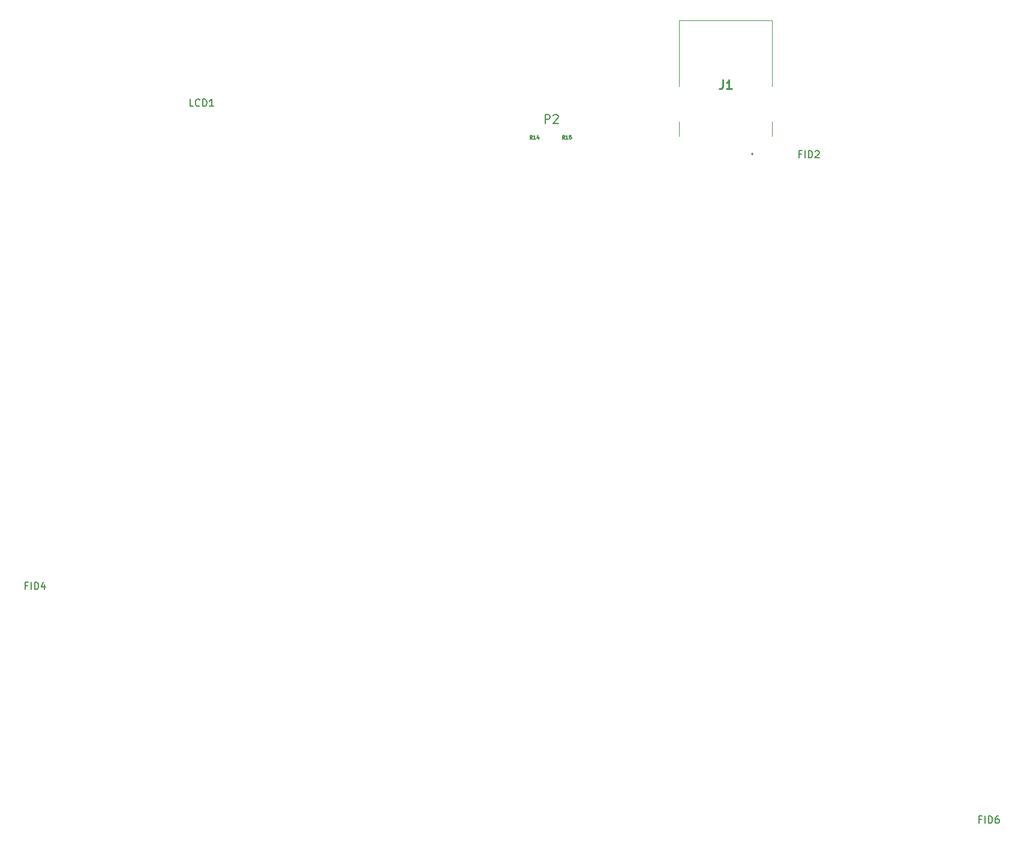
<source format=gto>
G04 #@! TF.GenerationSoftware,KiCad,Pcbnew,5.1.6-c6e7f7d~87~ubuntu20.04.1*
G04 #@! TF.CreationDate,2020-08-07T18:47:16+02:00*
G04 #@! TF.ProjectId,ICEDLeft,49434544-4c65-4667-942e-6b696361645f,1.2b*
G04 #@! TF.SameCoordinates,Original*
G04 #@! TF.FileFunction,Legend,Top*
G04 #@! TF.FilePolarity,Positive*
%FSLAX46Y46*%
G04 Gerber Fmt 4.6, Leading zero omitted, Abs format (unit mm)*
G04 Created by KiCad (PCBNEW 5.1.6-c6e7f7d~87~ubuntu20.04.1) date 2020-08-07 18:47:16*
%MOMM*%
%LPD*%
G01*
G04 APERTURE LIST*
%ADD10C,0.200000*%
%ADD11C,0.100000*%
%ADD12C,0.254000*%
%ADD13C,0.127000*%
G04 APERTURE END LIST*
D10*
G04 #@! TO.C,J1*
X139320000Y-39892000D02*
X139320000Y-39892000D01*
X139320000Y-39692000D02*
X139320000Y-39692000D01*
D11*
X129020000Y-20959000D02*
X129020000Y-30260000D01*
X142120000Y-20959000D02*
X129020000Y-20959000D01*
X142120000Y-30260000D02*
X142120000Y-20959000D01*
X129020000Y-37259000D02*
X129020000Y-35259000D01*
X142120000Y-37259000D02*
X142120000Y-35259000D01*
D10*
X139320000Y-39692000D02*
G75*
G02*
X139320000Y-39892000I0J-100000D01*
G01*
X139320000Y-39892000D02*
G75*
G02*
X139320000Y-39692000I0J100000D01*
G01*
D12*
X135146666Y-29374523D02*
X135146666Y-30281666D01*
X135086190Y-30463095D01*
X134965238Y-30584047D01*
X134783809Y-30644523D01*
X134662857Y-30644523D01*
X136416666Y-30644523D02*
X135690952Y-30644523D01*
X136053809Y-30644523D02*
X136053809Y-29374523D01*
X135932857Y-29555952D01*
X135811904Y-29676904D01*
X135690952Y-29737380D01*
G04 #@! TO.C,R14*
D13*
X108258428Y-37694809D02*
X108089095Y-37452904D01*
X107968142Y-37694809D02*
X107968142Y-37186809D01*
X108161666Y-37186809D01*
X108210047Y-37211000D01*
X108234238Y-37235190D01*
X108258428Y-37283571D01*
X108258428Y-37356142D01*
X108234238Y-37404523D01*
X108210047Y-37428714D01*
X108161666Y-37452904D01*
X107968142Y-37452904D01*
X108742238Y-37694809D02*
X108451952Y-37694809D01*
X108597095Y-37694809D02*
X108597095Y-37186809D01*
X108548714Y-37259380D01*
X108500333Y-37307761D01*
X108451952Y-37331952D01*
X109177666Y-37356142D02*
X109177666Y-37694809D01*
X109056714Y-37162619D02*
X108935761Y-37525476D01*
X109250238Y-37525476D01*
G04 #@! TO.C,FID4*
D10*
X37028571Y-100807571D02*
X36695238Y-100807571D01*
X36695238Y-101331380D02*
X36695238Y-100331380D01*
X37171428Y-100331380D01*
X37552380Y-101331380D02*
X37552380Y-100331380D01*
X38028571Y-101331380D02*
X38028571Y-100331380D01*
X38266666Y-100331380D01*
X38409523Y-100379000D01*
X38504761Y-100474238D01*
X38552380Y-100569476D01*
X38600000Y-100759952D01*
X38600000Y-100902809D01*
X38552380Y-101093285D01*
X38504761Y-101188523D01*
X38409523Y-101283761D01*
X38266666Y-101331380D01*
X38028571Y-101331380D01*
X39457142Y-100664714D02*
X39457142Y-101331380D01*
X39219047Y-100283761D02*
X38980952Y-100998047D01*
X39600000Y-100998047D01*
G04 #@! TO.C,FID6*
X171648571Y-133827571D02*
X171315238Y-133827571D01*
X171315238Y-134351380D02*
X171315238Y-133351380D01*
X171791428Y-133351380D01*
X172172380Y-134351380D02*
X172172380Y-133351380D01*
X172648571Y-134351380D02*
X172648571Y-133351380D01*
X172886666Y-133351380D01*
X173029523Y-133399000D01*
X173124761Y-133494238D01*
X173172380Y-133589476D01*
X173220000Y-133779952D01*
X173220000Y-133922809D01*
X173172380Y-134113285D01*
X173124761Y-134208523D01*
X173029523Y-134303761D01*
X172886666Y-134351380D01*
X172648571Y-134351380D01*
X174077142Y-133351380D02*
X173886666Y-133351380D01*
X173791428Y-133399000D01*
X173743809Y-133446619D01*
X173648571Y-133589476D01*
X173600952Y-133779952D01*
X173600952Y-134160904D01*
X173648571Y-134256142D01*
X173696190Y-134303761D01*
X173791428Y-134351380D01*
X173981904Y-134351380D01*
X174077142Y-134303761D01*
X174124761Y-134256142D01*
X174172380Y-134160904D01*
X174172380Y-133922809D01*
X174124761Y-133827571D01*
X174077142Y-133779952D01*
X173981904Y-133732333D01*
X173791428Y-133732333D01*
X173696190Y-133779952D01*
X173648571Y-133827571D01*
X173600952Y-133922809D01*
G04 #@! TO.C,FID2*
X146248571Y-39847571D02*
X145915238Y-39847571D01*
X145915238Y-40371380D02*
X145915238Y-39371380D01*
X146391428Y-39371380D01*
X146772380Y-40371380D02*
X146772380Y-39371380D01*
X147248571Y-40371380D02*
X147248571Y-39371380D01*
X147486666Y-39371380D01*
X147629523Y-39419000D01*
X147724761Y-39514238D01*
X147772380Y-39609476D01*
X147820000Y-39799952D01*
X147820000Y-39942809D01*
X147772380Y-40133285D01*
X147724761Y-40228523D01*
X147629523Y-40323761D01*
X147486666Y-40371380D01*
X147248571Y-40371380D01*
X148200952Y-39466619D02*
X148248571Y-39419000D01*
X148343809Y-39371380D01*
X148581904Y-39371380D01*
X148677142Y-39419000D01*
X148724761Y-39466619D01*
X148772380Y-39561857D01*
X148772380Y-39657095D01*
X148724761Y-39799952D01*
X148153333Y-40371380D01*
X148772380Y-40371380D01*
G04 #@! TO.C,LCD1*
X60428333Y-33091380D02*
X59952142Y-33091380D01*
X59952142Y-32091380D01*
X61333095Y-32996142D02*
X61285476Y-33043761D01*
X61142619Y-33091380D01*
X61047380Y-33091380D01*
X60904523Y-33043761D01*
X60809285Y-32948523D01*
X60761666Y-32853285D01*
X60714047Y-32662809D01*
X60714047Y-32519952D01*
X60761666Y-32329476D01*
X60809285Y-32234238D01*
X60904523Y-32139000D01*
X61047380Y-32091380D01*
X61142619Y-32091380D01*
X61285476Y-32139000D01*
X61333095Y-32186619D01*
X61761666Y-33091380D02*
X61761666Y-32091380D01*
X61999761Y-32091380D01*
X62142619Y-32139000D01*
X62237857Y-32234238D01*
X62285476Y-32329476D01*
X62333095Y-32519952D01*
X62333095Y-32662809D01*
X62285476Y-32853285D01*
X62237857Y-32948523D01*
X62142619Y-33043761D01*
X61999761Y-33091380D01*
X61761666Y-33091380D01*
X63285476Y-33091380D02*
X62714047Y-33091380D01*
X62999761Y-33091380D02*
X62999761Y-32091380D01*
X62904523Y-32234238D01*
X62809285Y-32329476D01*
X62714047Y-32377095D01*
G04 #@! TO.C,R15*
D13*
X112830428Y-37694809D02*
X112661095Y-37452904D01*
X112540142Y-37694809D02*
X112540142Y-37186809D01*
X112733666Y-37186809D01*
X112782047Y-37211000D01*
X112806238Y-37235190D01*
X112830428Y-37283571D01*
X112830428Y-37356142D01*
X112806238Y-37404523D01*
X112782047Y-37428714D01*
X112733666Y-37452904D01*
X112540142Y-37452904D01*
X113314238Y-37694809D02*
X113023952Y-37694809D01*
X113169095Y-37694809D02*
X113169095Y-37186809D01*
X113120714Y-37259380D01*
X113072333Y-37307761D01*
X113023952Y-37331952D01*
X113773857Y-37186809D02*
X113531952Y-37186809D01*
X113507761Y-37428714D01*
X113531952Y-37404523D01*
X113580333Y-37380333D01*
X113701285Y-37380333D01*
X113749666Y-37404523D01*
X113773857Y-37428714D01*
X113798047Y-37477095D01*
X113798047Y-37598047D01*
X113773857Y-37646428D01*
X113749666Y-37670619D01*
X113701285Y-37694809D01*
X113580333Y-37694809D01*
X113531952Y-37670619D01*
X113507761Y-37646428D01*
G04 #@! TO.C,P2*
D10*
X110112285Y-35480257D02*
X110112285Y-34280257D01*
X110569428Y-34280257D01*
X110683714Y-34337400D01*
X110740857Y-34394542D01*
X110798000Y-34508828D01*
X110798000Y-34680257D01*
X110740857Y-34794542D01*
X110683714Y-34851685D01*
X110569428Y-34908828D01*
X110112285Y-34908828D01*
X111255142Y-34394542D02*
X111312285Y-34337400D01*
X111426571Y-34280257D01*
X111712285Y-34280257D01*
X111826571Y-34337400D01*
X111883714Y-34394542D01*
X111940857Y-34508828D01*
X111940857Y-34623114D01*
X111883714Y-34794542D01*
X111198000Y-35480257D01*
X111940857Y-35480257D01*
G04 #@! TD*
M02*

</source>
